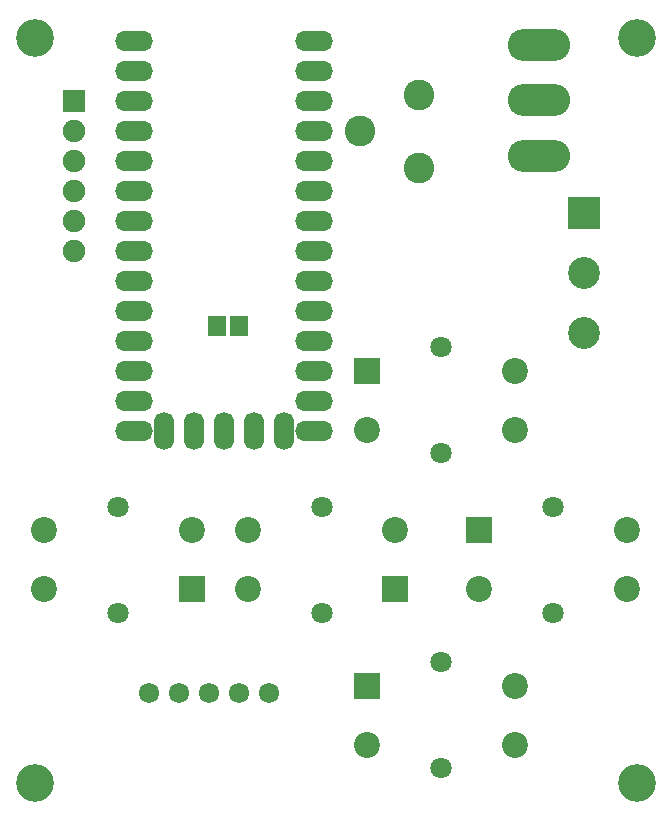
<source format=gbr>
%TF.GenerationSoftware,Novarm,DipTrace,3.3.1.3*%
%TF.CreationDate,2019-11-14T11:02:39+00:00*%
%FSLAX35Y35*%
%MOMM*%
%TF.FileFunction,Soldermask,Bot*%
%TF.Part,Single*%
%ADD26C,1.8*%
%ADD35C,1.724*%
%ADD48C,2.6*%
%ADD50C,3.2*%
%ADD61R,1.5X1.7*%
%ADD63O,5.28X2.74*%
%ADD65C,1.9*%
%ADD67R,1.9X1.9*%
%ADD71C,2.7*%
%ADD73R,2.7X2.7*%
%ADD75C,2.2*%
%ADD77R,2.2X2.2*%
%ADD79O,1.7X3.2*%
%ADD81O,3.2X1.7*%
G75*
G01*
%LPD*%
D81*
X2143000Y7582500D3*
Y7328500D3*
Y7074500D3*
Y6820500D3*
Y6566500D3*
Y6312500D3*
Y6058500D3*
Y5804500D3*
Y5550500D3*
Y5296500D3*
Y5042500D3*
Y4788500D3*
Y4534500D3*
Y4280500D3*
X3667000Y7582500D3*
Y7328500D3*
Y7074500D3*
Y6820500D3*
Y6566500D3*
Y6312500D3*
Y6058500D3*
Y5804500D3*
Y5550500D3*
Y5296500D3*
Y5042500D3*
Y4788500D3*
Y4534500D3*
Y4280500D3*
D79*
X2397000D3*
X2651000D3*
X2905000D3*
X3159000D3*
X3413000D3*
D77*
X4111500Y2121500D3*
D75*
X5361500D3*
X4111500Y1621500D3*
X5361500D3*
D26*
X4736500Y2321500D3*
Y1421500D3*
D77*
X5064000Y3436500D3*
D75*
X6314000D3*
X5064000Y2936500D3*
X6314000D3*
D26*
X5689000Y3636500D3*
Y2736500D3*
D77*
X4111500Y4788500D3*
D75*
X5361500D3*
X4111500Y4288500D3*
X5361500D3*
D26*
X4736500Y4988500D3*
Y4088500D3*
D77*
X2631000Y2936500D3*
D75*
X1381000D3*
X2631000Y3436500D3*
X1381000D3*
D26*
X2006000Y2736500D3*
Y3636500D3*
D73*
X5953000Y6122000D3*
D71*
Y5614000D3*
Y5106000D3*
D77*
X4351500Y2936500D3*
D75*
X3101500D3*
X4351500Y3436500D3*
X3101500D3*
D26*
X3726500Y2736500D3*
Y3636500D3*
D35*
X3286000Y2058000D3*
X3032000D3*
X2778000D3*
D67*
X1635000Y7074500D3*
D65*
Y6820500D3*
Y6566500D3*
Y6312500D3*
Y6058500D3*
Y5804500D3*
D63*
X5572000Y7546000D3*
Y7076100D3*
Y6606200D3*
D61*
X3032000Y5169500D3*
X2842000D3*
D48*
X4556000Y6503000D3*
X4056000Y6813000D3*
X4556000Y7123000D3*
D35*
X2270000Y2058000D3*
X2524000D3*
D50*
X1300000Y7600000D3*
X6400000D3*
Y1300000D3*
X1300000D3*
M02*

</source>
